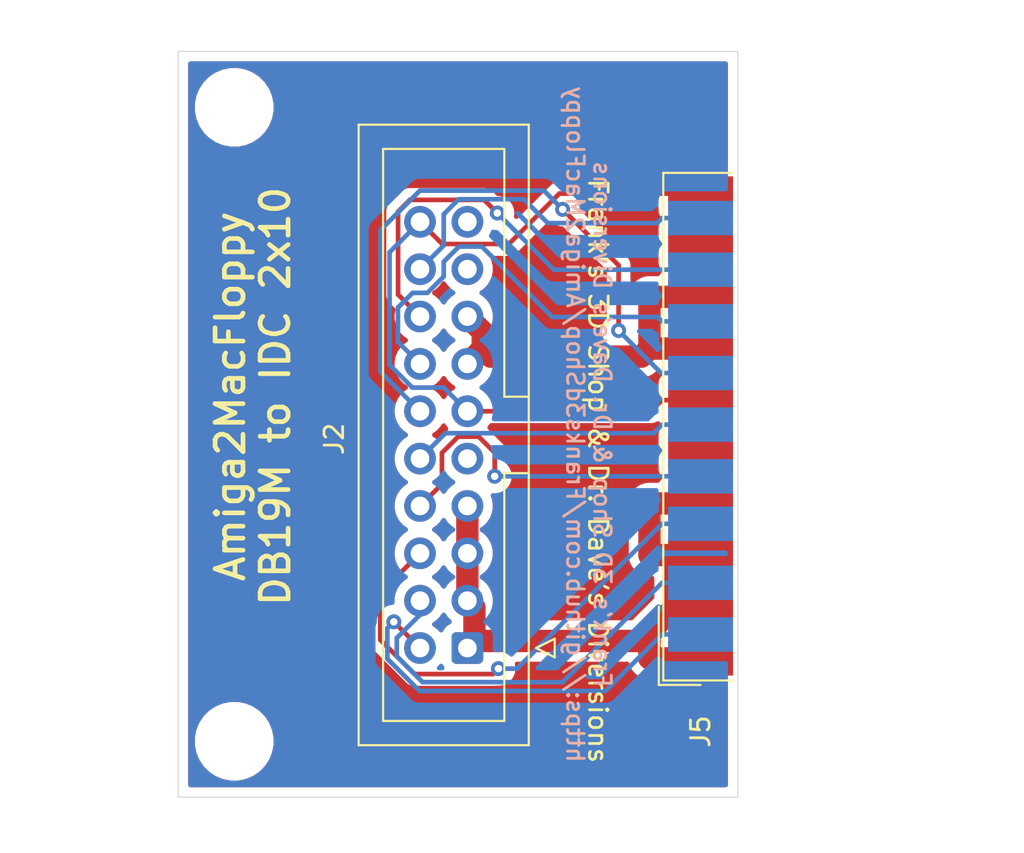
<source format=kicad_pcb>
(kicad_pcb (version 20171130) (host pcbnew "(5.1.9)-1")

  (general
    (thickness 1.6)
    (drawings 7)
    (tracks 113)
    (zones 0)
    (modules 4)
    (nets 13)
  )

  (page USLetter)
  (title_block
    (title "Amiga to Mac Floppy DB19M to IDC 2x10 Adapter")
    (date 2021-05-02)
    (rev 1.0)
    (company "Frank's 3D Shop")
    (comment 1 "Idea from Dr. Dave Diversions")
  )

  (layers
    (0 F.Cu signal)
    (31 B.Cu signal)
    (32 B.Adhes user)
    (33 F.Adhes user)
    (34 B.Paste user)
    (35 F.Paste user)
    (36 B.SilkS user)
    (37 F.SilkS user)
    (38 B.Mask user)
    (39 F.Mask user)
    (40 Dwgs.User user)
    (41 Cmts.User user)
    (42 Eco1.User user)
    (43 Eco2.User user)
    (44 Edge.Cuts user)
    (45 Margin user)
    (46 B.CrtYd user)
    (47 F.CrtYd user)
    (48 B.Fab user)
    (49 F.Fab user)
  )

  (setup
    (last_trace_width 0.25)
    (trace_clearance 0.2)
    (zone_clearance 0.508)
    (zone_45_only no)
    (trace_min 0.2)
    (via_size 0.8)
    (via_drill 0.4)
    (via_min_size 0.4)
    (via_min_drill 0.3)
    (uvia_size 0.3)
    (uvia_drill 0.1)
    (uvias_allowed no)
    (uvia_min_size 0.2)
    (uvia_min_drill 0.1)
    (edge_width 0.05)
    (segment_width 0.2)
    (pcb_text_width 0.3)
    (pcb_text_size 1.5 1.5)
    (mod_edge_width 0.12)
    (mod_text_size 1 1)
    (mod_text_width 0.15)
    (pad_size 1.6 1.6)
    (pad_drill 0.8)
    (pad_to_mask_clearance 0)
    (aux_axis_origin 15.92072 15.24508)
    (grid_origin 116.46776 77.69296)
    (visible_elements 7FFFFFFF)
    (pcbplotparams
      (layerselection 0x010fc_ffffffff)
      (usegerberextensions false)
      (usegerberattributes true)
      (usegerberadvancedattributes true)
      (creategerberjobfile true)
      (excludeedgelayer true)
      (linewidth 0.100000)
      (plotframeref false)
      (viasonmask false)
      (mode 1)
      (useauxorigin false)
      (hpglpennumber 1)
      (hpglpenspeed 20)
      (hpglpendiameter 15.000000)
      (psnegative false)
      (psa4output false)
      (plotreference true)
      (plotvalue true)
      (plotinvisibletext false)
      (padsonsilk false)
      (subtractmaskfromsilk false)
      (outputformat 1)
      (mirror false)
      (drillshape 0)
      (scaleselection 1)
      (outputdirectory "Gerber/"))
  )

  (net 0 "")
  (net 1 GND)
  (net 2 +12V)
  (net 3 DIR)
  (net 4 _DKWE)
  (net 5 WR)
  (net 6 RD)
  (net 7 PWM)
  (net 8 PH0)
  (net 9 SEL)
  (net 10 PH3)
  (net 11 PH2)
  (net 12 _ENABLE)

  (net_class Default "This is the default net class."
    (clearance 0.2)
    (trace_width 0.25)
    (via_dia 0.8)
    (via_drill 0.4)
    (uvia_dia 0.3)
    (uvia_drill 0.1)
    (add_net DIR)
    (add_net PH0)
    (add_net PH2)
    (add_net PH3)
    (add_net PWM)
    (add_net RD)
    (add_net SEL)
    (add_net WR)
    (add_net _DKWE)
    (add_net _ENABLE)
  )

  (net_class Power ""
    (clearance 0.4)
    (trace_width 1.2)
    (via_dia 0.8)
    (via_drill 0.4)
    (uvia_dia 0.3)
    (uvia_drill 0.1)
    (add_net +12V)
    (add_net GND)
  )

  (module Connector_IDC:IDC-Header_2x10_P2.54mm_Vertical (layer F.Cu) (tedit 5EAC9A07) (tstamp 60BFCCAB)
    (at 145.968 120.193 180)
    (descr "Through hole IDC box header, 2x10, 2.54mm pitch, DIN 41651 / IEC 60603-13, double rows, https://docs.google.com/spreadsheets/d/16SsEcesNF15N3Lb4niX7dcUr-NY5_MFPQhobNuNppn4/edit#gid=0")
    (tags "Through hole vertical IDC box header THT 2x10 2.54mm double row")
    (path /608B805B)
    (fp_text reference J2 (at 7.1425 11.2166 270) (layer F.SilkS)
      (effects (font (size 1 1) (thickness 0.15)))
    )
    (fp_text value Conn_02x10_Odd_Even_MountingPin (at 1.27 28.96) (layer F.Fab)
      (effects (font (size 1 1) (thickness 0.15)))
    )
    (fp_line (start -3.18 -4.1) (end -2.18 -5.1) (layer F.Fab) (width 0.1))
    (fp_line (start -2.18 -5.1) (end 5.72 -5.1) (layer F.Fab) (width 0.1))
    (fp_line (start 5.72 -5.1) (end 5.72 27.96) (layer F.Fab) (width 0.1))
    (fp_line (start 5.72 27.96) (end -3.18 27.96) (layer F.Fab) (width 0.1))
    (fp_line (start -3.18 27.96) (end -3.18 -4.1) (layer F.Fab) (width 0.1))
    (fp_line (start -3.18 9.38) (end -1.98 9.38) (layer F.Fab) (width 0.1))
    (fp_line (start -1.98 9.38) (end -1.98 -3.91) (layer F.Fab) (width 0.1))
    (fp_line (start -1.98 -3.91) (end 4.52 -3.91) (layer F.Fab) (width 0.1))
    (fp_line (start 4.52 -3.91) (end 4.52 26.77) (layer F.Fab) (width 0.1))
    (fp_line (start 4.52 26.77) (end -1.98 26.77) (layer F.Fab) (width 0.1))
    (fp_line (start -1.98 26.77) (end -1.98 13.48) (layer F.Fab) (width 0.1))
    (fp_line (start -1.98 13.48) (end -1.98 13.48) (layer F.Fab) (width 0.1))
    (fp_line (start -1.98 13.48) (end -3.18 13.48) (layer F.Fab) (width 0.1))
    (fp_line (start -3.29 -5.21) (end 5.83 -5.21) (layer F.SilkS) (width 0.12))
    (fp_line (start 5.83 -5.21) (end 5.83 28.07) (layer F.SilkS) (width 0.12))
    (fp_line (start 5.83 28.07) (end -3.29 28.07) (layer F.SilkS) (width 0.12))
    (fp_line (start -3.29 28.07) (end -3.29 -5.21) (layer F.SilkS) (width 0.12))
    (fp_line (start -3.29 9.38) (end -1.98 9.38) (layer F.SilkS) (width 0.12))
    (fp_line (start -1.98 9.38) (end -1.98 -3.91) (layer F.SilkS) (width 0.12))
    (fp_line (start -1.98 -3.91) (end 4.52 -3.91) (layer F.SilkS) (width 0.12))
    (fp_line (start 4.52 -3.91) (end 4.52 26.77) (layer F.SilkS) (width 0.12))
    (fp_line (start 4.52 26.77) (end -1.98 26.77) (layer F.SilkS) (width 0.12))
    (fp_line (start -1.98 26.77) (end -1.98 13.48) (layer F.SilkS) (width 0.12))
    (fp_line (start -1.98 13.48) (end -1.98 13.48) (layer F.SilkS) (width 0.12))
    (fp_line (start -1.98 13.48) (end -3.29 13.48) (layer F.SilkS) (width 0.12))
    (fp_line (start -3.68 0) (end -4.68 -0.5) (layer F.SilkS) (width 0.12))
    (fp_line (start -4.68 -0.5) (end -4.68 0.5) (layer F.SilkS) (width 0.12))
    (fp_line (start -4.68 0.5) (end -3.68 0) (layer F.SilkS) (width 0.12))
    (fp_line (start -3.68 -5.6) (end -3.68 28.46) (layer F.CrtYd) (width 0.05))
    (fp_line (start -3.68 28.46) (end 6.22 28.46) (layer F.CrtYd) (width 0.05))
    (fp_line (start 6.22 28.46) (end 6.22 -5.6) (layer F.CrtYd) (width 0.05))
    (fp_line (start 6.22 -5.6) (end -3.68 -5.6) (layer F.CrtYd) (width 0.05))
    (fp_text user %R (at 1.27 11.43 90) (layer F.Fab)
      (effects (font (size 1 1) (thickness 0.15)))
    )
    (pad 20 thru_hole circle (at 2.54 22.86 180) (size 1.7 1.7) (drill 1) (layers *.Cu *.Mask)
      (net 7 PWM))
    (pad 18 thru_hole circle (at 2.54 20.32 180) (size 1.7 1.7) (drill 1) (layers *.Cu *.Mask)
      (net 5 WR))
    (pad 16 thru_hole circle (at 2.54 17.78 180) (size 1.7 1.7) (drill 1) (layers *.Cu *.Mask)
      (net 6 RD))
    (pad 14 thru_hole circle (at 2.54 15.24 180) (size 1.7 1.7) (drill 1) (layers *.Cu *.Mask)
      (net 12 _ENABLE))
    (pad 12 thru_hole circle (at 2.54 12.7 180) (size 1.7 1.7) (drill 1) (layers *.Cu *.Mask)
      (net 9 SEL))
    (pad 10 thru_hole circle (at 2.54 10.16 180) (size 1.7 1.7) (drill 1) (layers *.Cu *.Mask)
      (net 4 _DKWE))
    (pad 8 thru_hole circle (at 2.54 7.62 180) (size 1.7 1.7) (drill 1) (layers *.Cu *.Mask)
      (net 10 PH3))
    (pad 6 thru_hole circle (at 2.54 5.08 180) (size 1.7 1.7) (drill 1) (layers *.Cu *.Mask)
      (net 11 PH2))
    (pad 4 thru_hole circle (at 2.54 2.54 180) (size 1.7 1.7) (drill 1) (layers *.Cu *.Mask)
      (net 3 DIR))
    (pad 2 thru_hole circle (at 2.54 0 180) (size 1.7 1.7) (drill 1) (layers *.Cu *.Mask)
      (net 8 PH0))
    (pad 19 thru_hole circle (at 0 22.86 180) (size 1.7 1.7) (drill 1) (layers *.Cu *.Mask))
    (pad 17 thru_hole circle (at 0 20.32 180) (size 1.7 1.7) (drill 1) (layers *.Cu *.Mask))
    (pad 15 thru_hole circle (at 0 17.78 180) (size 1.7 1.7) (drill 1) (layers *.Cu *.Mask)
      (net 2 +12V))
    (pad 13 thru_hole circle (at 0 15.24 180) (size 1.7 1.7) (drill 1) (layers *.Cu *.Mask)
      (net 2 +12V))
    (pad 11 thru_hole circle (at 0 12.7 180) (size 1.7 1.7) (drill 1) (layers *.Cu *.Mask)
      (net 7 PWM))
    (pad 9 thru_hole circle (at 0 10.16 180) (size 1.7 1.7) (drill 1) (layers *.Cu *.Mask))
    (pad 7 thru_hole circle (at 0 7.62 180) (size 1.7 1.7) (drill 1) (layers *.Cu *.Mask)
      (net 1 GND))
    (pad 5 thru_hole circle (at 0 5.08 180) (size 1.7 1.7) (drill 1) (layers *.Cu *.Mask)
      (net 1 GND))
    (pad 3 thru_hole circle (at 0 2.54 180) (size 1.7 1.7) (drill 1) (layers *.Cu *.Mask)
      (net 1 GND))
    (pad 1 thru_hole roundrect (at 0 0 180) (size 1.7 1.7) (drill 1) (layers *.Cu *.Mask) (roundrect_rratio 0.1470588235294118)
      (net 1 GND))
    (model ${KISYS3DMOD}/Connector_IDC.3dshapes/IDC-Header_2x10_P2.54mm_Vertical.wrl
      (at (xyz 0 0 0))
      (scale (xyz 1 1 1))
      (rotate (xyz 0 0 0))
    )
  )

  (module Amiga2MacFloppy:DSUB-19_Male_EdgeMount_P2.77mm (layer F.Cu) (tedit 60E36793) (tstamp 60E388A9)
    (at 158.468 108.193 90)
    (descr "19-pin D-Sub connector, solder-cups edge-mounted, male, x-pin-pitch 2.77mm")
    (tags "19-pin D-Sub connector edge mount solder cup male x-pin-pitch 2.77mm")
    (path /60A6B7CA)
    (attr smd)
    (fp_text reference J5 (at -16.479333 0 90) (layer F.SilkS)
      (effects (font (size 1 1) (thickness 0.15)))
    )
    (fp_text value DB19M (at 0 16.51 90) (layer F.Fab)
      (effects (font (size 1 1) (thickness 0.15)))
    )
    (fp_line (start -13.156 -0.91) (end -13.156 1.99) (layer F.Fab) (width 0.1))
    (fp_line (start -13.156 1.99) (end -11.956 1.99) (layer F.Fab) (width 0.1))
    (fp_line (start -11.956 1.99) (end -11.956 -0.91) (layer F.Fab) (width 0.1))
    (fp_line (start -11.956 -0.91) (end -13.156 -0.91) (layer F.Fab) (width 0.1))
    (fp_line (start -10.386 -0.91) (end -10.386 1.99) (layer F.Fab) (width 0.1))
    (fp_line (start -10.386 1.99) (end -9.186 1.99) (layer F.Fab) (width 0.1))
    (fp_line (start -9.186 1.99) (end -9.186 -0.91) (layer F.Fab) (width 0.1))
    (fp_line (start -9.186 -0.91) (end -10.386 -0.91) (layer F.Fab) (width 0.1))
    (fp_line (start -7.616 -0.91) (end -7.616 1.99) (layer F.Fab) (width 0.1))
    (fp_line (start -7.616 1.99) (end -6.416 1.99) (layer F.Fab) (width 0.1))
    (fp_line (start -6.416 1.99) (end -6.416 -0.91) (layer F.Fab) (width 0.1))
    (fp_line (start -6.416 -0.91) (end -7.616 -0.91) (layer F.Fab) (width 0.1))
    (fp_line (start -4.846 -0.91) (end -4.846 1.99) (layer F.Fab) (width 0.1))
    (fp_line (start -4.846 1.99) (end -3.646 1.99) (layer F.Fab) (width 0.1))
    (fp_line (start -3.646 1.99) (end -3.646 -0.91) (layer F.Fab) (width 0.1))
    (fp_line (start -3.646 -0.91) (end -4.846 -0.91) (layer F.Fab) (width 0.1))
    (fp_line (start -2.076 -0.91) (end -2.076 1.99) (layer F.Fab) (width 0.1))
    (fp_line (start -2.076 1.99) (end -0.876 1.99) (layer F.Fab) (width 0.1))
    (fp_line (start -0.876 1.99) (end -0.876 -0.91) (layer F.Fab) (width 0.1))
    (fp_line (start -0.876 -0.91) (end -2.076 -0.91) (layer F.Fab) (width 0.1))
    (fp_line (start 0.694 -0.91) (end 0.694 1.99) (layer F.Fab) (width 0.1))
    (fp_line (start 0.694 1.99) (end 1.894 1.99) (layer F.Fab) (width 0.1))
    (fp_line (start 1.894 1.99) (end 1.894 -0.91) (layer F.Fab) (width 0.1))
    (fp_line (start 1.894 -0.91) (end 0.694 -0.91) (layer F.Fab) (width 0.1))
    (fp_line (start 3.464 -0.91) (end 3.464 1.99) (layer F.Fab) (width 0.1))
    (fp_line (start 3.464 1.99) (end 4.664 1.99) (layer F.Fab) (width 0.1))
    (fp_line (start 4.664 1.99) (end 4.664 -0.91) (layer F.Fab) (width 0.1))
    (fp_line (start 4.664 -0.91) (end 3.464 -0.91) (layer F.Fab) (width 0.1))
    (fp_line (start 6.234 -0.91) (end 6.234 1.99) (layer F.Fab) (width 0.1))
    (fp_line (start 6.234 1.99) (end 7.434 1.99) (layer F.Fab) (width 0.1))
    (fp_line (start 7.434 1.99) (end 7.434 -0.91) (layer F.Fab) (width 0.1))
    (fp_line (start 7.434 -0.91) (end 6.234 -0.91) (layer F.Fab) (width 0.1))
    (fp_line (start 9.004 -0.91) (end 9.004 1.99) (layer F.Fab) (width 0.1))
    (fp_line (start 9.004 1.99) (end 10.204 1.99) (layer F.Fab) (width 0.1))
    (fp_line (start 10.204 1.99) (end 10.204 -0.91) (layer F.Fab) (width 0.1))
    (fp_line (start 10.204 -0.91) (end 9.004 -0.91) (layer F.Fab) (width 0.1))
    (fp_line (start 11.774 -0.91) (end 11.774 1.99) (layer F.Fab) (width 0.1))
    (fp_line (start 11.774 1.99) (end 12.974 1.99) (layer F.Fab) (width 0.1))
    (fp_line (start 12.974 1.99) (end 12.974 -0.91) (layer F.Fab) (width 0.1))
    (fp_line (start 12.974 -0.91) (end 11.774 -0.91) (layer F.Fab) (width 0.1))
    (fp_line (start -11.771 -0.91) (end -11.771 1.99) (layer B.Fab) (width 0.1))
    (fp_line (start -11.771 1.99) (end -10.571 1.99) (layer B.Fab) (width 0.1))
    (fp_line (start -10.571 1.99) (end -10.571 -0.91) (layer B.Fab) (width 0.1))
    (fp_line (start -10.571 -0.91) (end -11.771 -0.91) (layer B.Fab) (width 0.1))
    (fp_line (start -9.001 -0.91) (end -9.001 1.99) (layer B.Fab) (width 0.1))
    (fp_line (start -9.001 1.99) (end -7.801 1.99) (layer B.Fab) (width 0.1))
    (fp_line (start -7.801 1.99) (end -7.801 -0.91) (layer B.Fab) (width 0.1))
    (fp_line (start -7.801 -0.91) (end -9.001 -0.91) (layer B.Fab) (width 0.1))
    (fp_line (start -6.231 -0.91) (end -6.231 1.99) (layer B.Fab) (width 0.1))
    (fp_line (start -6.231 1.99) (end -5.031 1.99) (layer B.Fab) (width 0.1))
    (fp_line (start -5.031 1.99) (end -5.031 -0.91) (layer B.Fab) (width 0.1))
    (fp_line (start -5.031 -0.91) (end -6.231 -0.91) (layer B.Fab) (width 0.1))
    (fp_line (start -3.461 -0.91) (end -3.461 1.99) (layer B.Fab) (width 0.1))
    (fp_line (start -3.461 1.99) (end -2.261 1.99) (layer B.Fab) (width 0.1))
    (fp_line (start -2.261 1.99) (end -2.261 -0.91) (layer B.Fab) (width 0.1))
    (fp_line (start -2.261 -0.91) (end -3.461 -0.91) (layer B.Fab) (width 0.1))
    (fp_line (start -0.691 -0.91) (end -0.691 1.99) (layer B.Fab) (width 0.1))
    (fp_line (start -0.691 1.99) (end 0.509 1.99) (layer B.Fab) (width 0.1))
    (fp_line (start 0.509 1.99) (end 0.509 -0.91) (layer B.Fab) (width 0.1))
    (fp_line (start 0.509 -0.91) (end -0.691 -0.91) (layer B.Fab) (width 0.1))
    (fp_line (start 2.079 -0.91) (end 2.079 1.99) (layer B.Fab) (width 0.1))
    (fp_line (start 2.079 1.99) (end 3.279 1.99) (layer B.Fab) (width 0.1))
    (fp_line (start 3.279 1.99) (end 3.279 -0.91) (layer B.Fab) (width 0.1))
    (fp_line (start 3.279 -0.91) (end 2.079 -0.91) (layer B.Fab) (width 0.1))
    (fp_line (start 4.849 -0.91) (end 4.849 1.99) (layer B.Fab) (width 0.1))
    (fp_line (start 4.849 1.99) (end 6.049 1.99) (layer B.Fab) (width 0.1))
    (fp_line (start 6.049 1.99) (end 6.049 -0.91) (layer B.Fab) (width 0.1))
    (fp_line (start 6.049 -0.91) (end 4.849 -0.91) (layer B.Fab) (width 0.1))
    (fp_line (start 7.619 -0.91) (end 7.619 1.99) (layer B.Fab) (width 0.1))
    (fp_line (start 7.619 1.99) (end 8.819 1.99) (layer B.Fab) (width 0.1))
    (fp_line (start 8.819 1.99) (end 8.819 -0.91) (layer B.Fab) (width 0.1))
    (fp_line (start 8.819 -0.91) (end 7.619 -0.91) (layer B.Fab) (width 0.1))
    (fp_line (start 10.389 -0.91) (end 10.389 1.99) (layer B.Fab) (width 0.1))
    (fp_line (start 10.389 1.99) (end 11.589 1.99) (layer B.Fab) (width 0.1))
    (fp_line (start 11.589 1.99) (end 11.589 -0.91) (layer B.Fab) (width 0.1))
    (fp_line (start 11.589 -0.91) (end 10.389 -0.91) (layer B.Fab) (width 0.1))
    (fp_line (start 13.159 -0.91) (end 13.159 1.99) (layer B.Fab) (width 0.1))
    (fp_line (start 13.159 1.99) (end 14.359 1.99) (layer B.Fab) (width 0.1))
    (fp_line (start 14.359 -0.91) (end 13.159 -0.91) (layer B.Fab) (width 0.1))
    (fp_line (start 12.857 1.99) (end 14.057 1.99) (layer B.Fab) (width 0.1))
    (fp_line (start 14.057 -0.91) (end 12.857 -0.91) (layer B.Fab) (width 0.1))
    (fp_line (start -14.486 1.99) (end -14.486 4.79) (layer F.Fab) (width 0.1))
    (fp_line (start 14.232 4.79) (end 14.232 1.99) (layer F.Fab) (width 0.1))
    (fp_line (start 14.232 1.99) (end -14.486 1.99) (layer F.Fab) (width 0.1))
    (fp_line (start -15.486 4.79) (end -15.486 9.29) (layer F.Fab) (width 0.1))
    (fp_line (start 15.232 9.29) (end 15.232 4.79) (layer F.Fab) (width 0.1))
    (fp_line (start 15.232 4.79) (end -15.486 4.79) (layer F.Fab) (width 0.1))
    (fp_line (start -22.486 9.29) (end -22.486 9.69) (layer F.Fab) (width 0.1))
    (fp_line (start -22.486 9.69) (end 22.232 9.69) (layer F.Fab) (width 0.1))
    (fp_line (start 22.232 9.69) (end 22.232 9.29) (layer F.Fab) (width 0.1))
    (fp_line (start 22.232 9.29) (end -22.486 9.29) (layer F.Fab) (width 0.1))
    (fp_line (start -15.086 9.69) (end -15.086 15.69) (layer F.Fab) (width 0.1))
    (fp_line (start -15.086 15.69) (end 14.832 15.69) (layer F.Fab) (width 0.1))
    (fp_line (start 14.832 15.69) (end 14.832 9.69) (layer F.Fab) (width 0.1))
    (fp_line (start -13.986 -2.25) (end 13.732 -2.25) (layer F.CrtYd) (width 0.05))
    (fp_line (start 13.732 -2.25) (end 13.732 1.5) (layer F.CrtYd) (width 0.05))
    (fp_line (start 13.732 1.5) (end 14.732 1.5) (layer F.CrtYd) (width 0.05))
    (fp_line (start 14.732 1.5) (end 14.732 4.3) (layer F.CrtYd) (width 0.05))
    (fp_line (start 14.732 4.3) (end 15.732 4.3) (layer F.CrtYd) (width 0.05))
    (fp_line (start 15.732 4.3) (end 15.732 8.8) (layer F.CrtYd) (width 0.05))
    (fp_line (start 15.732 8.8) (end 22.732 8.8) (layer F.CrtYd) (width 0.05))
    (fp_line (start 22.732 8.8) (end 22.732 10.2) (layer F.CrtYd) (width 0.05))
    (fp_line (start 22.732 10.2) (end 15.332 10.2) (layer F.CrtYd) (width 0.05))
    (fp_line (start 15.332 10.2) (end 15.332 16.2) (layer F.CrtYd) (width 0.05))
    (fp_line (start 15.332 16.2) (end -15.586 16.2) (layer F.CrtYd) (width 0.05))
    (fp_line (start -15.586 16.2) (end -15.586 10.2) (layer F.CrtYd) (width 0.05))
    (fp_line (start -15.586 10.2) (end -22.986 10.2) (layer F.CrtYd) (width 0.05))
    (fp_line (start -22.986 10.2) (end -22.986 8.8) (layer F.CrtYd) (width 0.05))
    (fp_line (start -22.986 8.8) (end -15.986 8.8) (layer F.CrtYd) (width 0.05))
    (fp_line (start -15.986 8.8) (end -15.986 4.3) (layer F.CrtYd) (width 0.05))
    (fp_line (start -15.986 4.3) (end -14.986 4.3) (layer F.CrtYd) (width 0.05))
    (fp_line (start -14.986 4.3) (end -14.986 1.5) (layer F.CrtYd) (width 0.05))
    (fp_line (start -14.986 1.5) (end -13.986 1.5) (layer F.CrtYd) (width 0.05))
    (fp_line (start -13.986 1.5) (end -13.986 -2.25) (layer F.CrtYd) (width 0.05))
    (fp_line (start 13.485333 1.74) (end 13.485333 -2) (layer F.SilkS) (width 0.12))
    (fp_line (start 13.485333 -2) (end -13.739333 -2) (layer F.SilkS) (width 0.12))
    (fp_line (start -13.739333 -2) (end -13.739333 1.74) (layer F.SilkS) (width 0.12))
    (fp_line (start -13.979333 0) (end -13.979333 -2.24) (layer F.SilkS) (width 0.12))
    (fp_line (start -13.979333 -2.24) (end -9.786 -2.24) (layer F.SilkS) (width 0.12))
    (fp_line (start -22.486 1.99) (end 22.098 2.032) (layer Dwgs.User) (width 0.05))
    (fp_text user %R (at 4.064 3.39 90) (layer F.Fab)
      (effects (font (size 1 1) (thickness 0.15)))
    )
    (fp_text user "PCB edge" (at -17.486 1.323333 90) (layer Dwgs.User)
      (effects (font (size 0.5 0.5) (thickness 0.075)))
    )
    (pad 1 smd rect (at -12.556 0 90) (size 1.846667 3.48) (layers F.Cu F.Paste F.Mask)
      (net 1 GND))
    (pad 2 smd rect (at -9.786 0 90) (size 1.846667 3.48) (layers F.Cu F.Paste F.Mask)
      (net 1 GND))
    (pad 3 smd rect (at -7.016 0 90) (size 1.846667 3.48) (layers F.Cu F.Paste F.Mask)
      (net 1 GND))
    (pad 4 smd rect (at -4.246 0 90) (size 1.846667 3.48) (layers F.Cu F.Paste F.Mask)
      (net 1 GND))
    (pad 5 smd rect (at -1.476 0 90) (size 1.846667 3.48) (layers F.Cu F.Paste F.Mask))
    (pad 6 smd rect (at 1.294 0 90) (size 1.846667 3.48) (layers F.Cu F.Paste F.Mask)
      (net 7 PWM))
    (pad 7 smd rect (at 4.064 0 90) (size 1.846667 3.48) (layers F.Cu F.Paste F.Mask)
      (net 2 +12V))
    (pad 8 smd rect (at 6.834 0 90) (size 1.846667 3.48) (layers F.Cu F.Paste F.Mask)
      (net 2 +12V))
    (pad 9 smd rect (at 9.604 0 90) (size 1.846667 3.48) (layers F.Cu F.Paste F.Mask))
    (pad 10 smd rect (at 12.374 0 90) (size 1.846667 3.48) (layers F.Cu F.Paste F.Mask)
      (net 7 PWM))
    (pad 11 smd rect (at -11.272 0 90) (size 1.846667 3.48) (layers B.Cu B.Paste B.Mask)
      (net 8 PH0))
    (pad 12 smd rect (at -8.502 0 90) (size 1.846667 3.48) (layers B.Cu B.Paste B.Mask)
      (net 3 DIR))
    (pad 13 smd rect (at -5.334 0 90) (size 1.846667 3.48) (layers B.Cu B.Paste B.Mask)
      (net 11 PH2))
    (pad 14 smd rect (at -2.789 0 90) (size 1.846667 3.48) (layers B.Cu B.Paste B.Mask)
      (net 10 PH3))
    (pad 15 smd rect (at -0.019 0 90) (size 1.846667 3.48) (layers B.Cu B.Paste B.Mask)
      (net 4 _DKWE))
    (pad 16 smd rect (at 2.751 0 90) (size 1.846667 3.48) (layers B.Cu B.Paste B.Mask)
      (net 9 SEL))
    (pad 17 smd rect (at 5.521 0 90) (size 1.846667 3.48) (layers B.Cu B.Paste B.Mask)
      (net 12 _ENABLE))
    (pad 18 smd rect (at 8.291 0 90) (size 1.846667 3.48) (layers B.Cu B.Paste B.Mask)
      (net 6 RD))
    (pad 19 smd rect (at 11.061 0 90) (size 1.846667 3.48) (layers B.Cu B.Paste B.Mask)
      (net 5 WR))
    (model ${KISYS3DMOD}/Connector_Dsub.3dshapes/DSUB-25_Male_EdgeMount_P2.77mm.wrl
      (at (xyz 0 0 0))
      (scale (xyz 1 1 1))
      (rotate (xyz 0 0 0))
    )
  )

  (module MountingHole:MountingHole_3.2mm_M3_DIN965 locked (layer F.Cu) (tedit 56D1B4CB) (tstamp 60E38448)
    (at 133.468 91.193)
    (descr "Mounting Hole 3.2mm, no annular, M3, DIN965")
    (tags "mounting hole 3.2mm no annular m3 din965")
    (attr virtual)
    (fp_text reference Hole2 (at 0 -3.8) (layer F.SilkS) hide
      (effects (font (size 1 1) (thickness 0.15)))
    )
    (fp_text value MountingHole_3.2mm_M3_DIN965 (at 0 3.8) (layer F.Fab)
      (effects (font (size 1 1) (thickness 0.15)))
    )
    (fp_circle (center 0 0) (end 3.05 0) (layer F.CrtYd) (width 0.05))
    (fp_circle (center 0 0) (end 2.8 0) (layer Cmts.User) (width 0.15))
    (fp_text user %R (at 0.3 0) (layer F.Fab)
      (effects (font (size 1 1) (thickness 0.15)))
    )
    (pad 1 np_thru_hole circle (at 0 0) (size 3.2 3.2) (drill 3.2) (layers *.Cu *.Mask))
  )

  (module MountingHole:MountingHole_3.2mm_M3_DIN965 locked (layer F.Cu) (tedit 56D1B4CB) (tstamp 60E37F13)
    (at 133.468 125.19296)
    (descr "Mounting Hole 3.2mm, no annular, M3, DIN965")
    (tags "mounting hole 3.2mm no annular m3 din965")
    (attr virtual)
    (fp_text reference Hole1 (at 0 -3.8) (layer F.SilkS) hide
      (effects (font (size 1 1) (thickness 0.15)))
    )
    (fp_text value MountingHole_3.2mm_M3_DIN965 (at 0 3.8) (layer F.Fab)
      (effects (font (size 1 1) (thickness 0.15)))
    )
    (fp_circle (center 0 0) (end 2.8 0) (layer Cmts.User) (width 0.15))
    (fp_circle (center 0 0) (end 3.05 0) (layer F.CrtYd) (width 0.05))
    (fp_text user %R (at 0.3 0) (layer F.Fab)
      (effects (font (size 1 1) (thickness 0.15)))
    )
    (pad 1 np_thru_hole circle (at 0 0) (size 3.2 3.2) (drill 3.2) (layers *.Cu *.Mask))
  )

  (gr_text "Amiga2MacFloppy\nDB19M to IDC 2x10" (at 134.46776 106.69296 90) (layer F.SilkS) (tstamp 60A29D8D)
    (effects (font (size 1.5 1.5) (thickness 0.25)))
  )
  (gr_text "Frank's 3D Shop & Dr. Dave's Diversions" (at 152.96776 110.69296 270) (layer F.SilkS) (tstamp 60E382EB)
    (effects (font (size 1 1) (thickness 0.15)))
  )
  (gr_text "Frank's 3D Shop & Dr. Dave's Diversions\nhttps://github.com/Franks3dShop/Amiga2MacFloppy" (at 152.46776 108.19296 270) (layer B.SilkS) (tstamp 60BEFF68)
    (effects (font (size 0.9 0.9) (thickness 0.15)) (justify mirror))
  )
  (gr_line (start 130.46776 128.19296) (end 130.46776 88.19296) (layer Edge.Cuts) (width 0.05) (tstamp 608F5A88))
  (gr_line (start 160.46776 128.19296) (end 130.46776 128.19296) (layer Edge.Cuts) (width 0.05) (tstamp 608F5A7F))
  (gr_line (start 160.46776 88.19296) (end 160.46776 128.19296) (layer Edge.Cuts) (width 0.05) (tstamp 608F5A82))
  (gr_line (start 130.46776 88.19296) (end 160.46776 88.19296) (layer Edge.Cuts) (width 0.05) (tstamp 608F5A85))

  (segment (start 145.968 115.113) (end 145.968 117.653) (width 1.2) (layer F.Cu) (net 1))
  (segment (start 145.968 112.573) (end 145.968 115.113) (width 1.2) (layer F.Cu) (net 1))
  (segment (start 146.3459 119.8151) (end 146.3459 118.0309) (width 1.2) (layer F.Cu) (net 1))
  (segment (start 146.3459 118.0309) (end 145.968 117.653) (width 1.2) (layer F.Cu) (net 1))
  (segment (start 157.0979 115.209) (end 155.7277 115.209) (width 1.2) (layer F.Cu) (net 1))
  (segment (start 158.468 115.209) (end 157.0979 115.209) (width 1.2) (layer F.Cu) (net 1))
  (segment (start 157.0979 115.209) (end 157.0979 117.979) (width 1.2) (layer F.Cu) (net 1))
  (segment (start 158.468 112.439) (end 155.7277 112.439) (width 1.2) (layer F.Cu) (net 1))
  (segment (start 155.7277 112.439) (end 155.7277 115.209) (width 1.2) (layer F.Cu) (net 1))
  (segment (start 146.3459 119.8151) (end 145.968 120.193) (width 1.2) (layer F.Cu) (net 1))
  (segment (start 155.7277 119.8151) (end 146.3459 119.8151) (width 1.2) (layer F.Cu) (net 1))
  (segment (start 155.7277 119.8151) (end 155.7277 120.749) (width 1.2) (layer F.Cu) (net 1))
  (segment (start 157.0979 117.979) (end 155.7277 119.3492) (width 1.2) (layer F.Cu) (net 1))
  (segment (start 155.7277 119.3492) (end 155.7277 119.8151) (width 1.2) (layer F.Cu) (net 1))
  (segment (start 158.468 120.749) (end 155.7277 120.749) (width 1.2) (layer F.Cu) (net 1))
  (segment (start 158.468 117.979) (end 157.0979 117.979) (width 1.2) (layer F.Cu) (net 1))
  (segment (start 146.792 104.129) (end 147.2263 104.5633) (width 1.2) (layer F.Cu) (net 2))
  (segment (start 147.2263 104.5633) (end 155.2934 104.5633) (width 1.2) (layer F.Cu) (net 2))
  (segment (start 155.2934 104.5633) (end 155.7277 104.129) (width 1.2) (layer F.Cu) (net 2))
  (segment (start 146.792 104.129) (end 145.968 104.953) (width 1.2) (layer F.Cu) (net 2))
  (segment (start 146.792 104.129) (end 146.792 103.237) (width 1.2) (layer F.Cu) (net 2))
  (segment (start 146.792 103.237) (end 145.968 102.413) (width 1.2) (layer F.Cu) (net 2))
  (segment (start 155.7277 101.359) (end 155.7277 104.129) (width 1.2) (layer F.Cu) (net 2))
  (segment (start 158.468 104.129) (end 155.7277 104.129) (width 1.2) (layer F.Cu) (net 2))
  (segment (start 158.468 101.359) (end 155.7277 101.359) (width 1.2) (layer F.Cu) (net 2))
  (segment (start 156.4027 116.695) (end 151.0747 122.023) (width 0.25) (layer B.Cu) (net 3))
  (segment (start 151.0747 122.023) (end 143.5668 122.023) (width 0.25) (layer B.Cu) (net 3))
  (segment (start 143.5668 122.023) (end 142.1817 120.6379) (width 0.25) (layer B.Cu) (net 3))
  (segment (start 142.1817 120.6379) (end 142.1817 119.6549) (width 0.25) (layer B.Cu) (net 3))
  (segment (start 142.1817 119.6549) (end 143.428 118.4086) (width 0.25) (layer B.Cu) (net 3))
  (segment (start 143.428 118.4086) (end 143.428 117.653) (width 0.25) (layer B.Cu) (net 3))
  (segment (start 158.468 116.695) (end 156.4027 116.695) (width 0.25) (layer B.Cu) (net 3))
  (segment (start 158.468 108.212) (end 156.4027 108.212) (width 0.25) (layer B.Cu) (net 4))
  (segment (start 156.4027 108.212) (end 155.943 108.6717) (width 0.25) (layer B.Cu) (net 4))
  (segment (start 155.943 108.6717) (end 144.7893 108.6717) (width 0.25) (layer B.Cu) (net 4))
  (segment (start 144.7893 108.6717) (end 143.428 110.033) (width 0.25) (layer B.Cu) (net 4))
  (segment (start 143.428 99.873) (end 144.698 98.603) (width 0.25) (layer B.Cu) (net 5))
  (segment (start 144.698 98.603) (end 144.698 96.9284) (width 0.25) (layer B.Cu) (net 5))
  (segment (start 144.698 96.9284) (end 145.5062 96.1202) (width 0.25) (layer B.Cu) (net 5))
  (segment (start 145.5062 96.1202) (end 148.995 96.1202) (width 0.25) (layer B.Cu) (net 5))
  (segment (start 148.995 96.1202) (end 150.2769 97.4021) (width 0.25) (layer B.Cu) (net 5))
  (segment (start 150.2769 97.4021) (end 156.1326 97.4021) (width 0.25) (layer B.Cu) (net 5))
  (segment (start 156.1326 97.4021) (end 156.4027 97.132) (width 0.25) (layer B.Cu) (net 5))
  (segment (start 158.468 97.132) (end 156.4027 97.132) (width 0.25) (layer B.Cu) (net 5))
  (segment (start 147.5716 96.863) (end 146.8659 96.1573) (width 0.25) (layer F.Cu) (net 6))
  (segment (start 146.8659 96.1573) (end 142.8828 96.1573) (width 0.25) (layer F.Cu) (net 6))
  (segment (start 142.8828 96.1573) (end 142.2526 96.7875) (width 0.25) (layer F.Cu) (net 6))
  (segment (start 142.2526 96.7875) (end 142.2526 101.2376) (width 0.25) (layer F.Cu) (net 6))
  (segment (start 142.2526 101.2376) (end 143.428 102.413) (width 0.25) (layer F.Cu) (net 6))
  (segment (start 158.468 99.902) (end 150.6106 99.902) (width 0.25) (layer B.Cu) (net 6))
  (segment (start 150.6106 99.902) (end 147.5716 96.863) (width 0.25) (layer B.Cu) (net 6))
  (via (at 147.5716 96.863) (size 0.8) (layers F.Cu B.Cu) (net 6))
  (segment (start 145.968 107.493) (end 144.698 106.223) (width 0.25) (layer B.Cu) (net 7))
  (segment (start 144.698 106.223) (end 143.0167 106.223) (width 0.25) (layer B.Cu) (net 7))
  (segment (start 143.0167 106.223) (end 141.7951 105.0014) (width 0.25) (layer B.Cu) (net 7))
  (segment (start 141.7951 105.0014) (end 141.7951 98.9659) (width 0.25) (layer B.Cu) (net 7))
  (segment (start 141.7951 98.9659) (end 143.428 97.333) (width 0.25) (layer B.Cu) (net 7))
  (segment (start 156.4027 95.819) (end 150.8948 95.819) (width 0.25) (layer F.Cu) (net 7))
  (segment (start 150.8948 95.819) (end 148.1902 98.5236) (width 0.25) (layer F.Cu) (net 7))
  (segment (start 148.1902 98.5236) (end 144.6186 98.5236) (width 0.25) (layer F.Cu) (net 7))
  (segment (start 144.6186 98.5236) (end 143.428 97.333) (width 0.25) (layer F.Cu) (net 7))
  (segment (start 158.468 95.819) (end 156.4027 95.819) (width 0.25) (layer F.Cu) (net 7))
  (segment (start 158.468 106.899) (end 156.4027 106.899) (width 0.25) (layer F.Cu) (net 7))
  (segment (start 145.968 107.493) (end 155.8087 107.493) (width 0.25) (layer F.Cu) (net 7))
  (segment (start 155.8087 107.493) (end 156.4027 106.899) (width 0.25) (layer F.Cu) (net 7))
  (segment (start 158.468 119.465) (end 156.4027 119.465) (width 0.25) (layer B.Cu) (net 8))
  (segment (start 142.0229 118.7879) (end 143.428 120.193) (width 0.25) (layer F.Cu) (net 8))
  (segment (start 156.4027 119.465) (end 153.3728 122.4949) (width 0.25) (layer B.Cu) (net 8))
  (segment (start 153.3728 122.4949) (end 143.4018 122.4949) (width 0.25) (layer B.Cu) (net 8))
  (segment (start 143.4018 122.4949) (end 141.6769 120.77) (width 0.25) (layer B.Cu) (net 8))
  (segment (start 141.6769 120.77) (end 141.6769 119.1339) (width 0.25) (layer B.Cu) (net 8))
  (segment (start 141.6769 119.1339) (end 142.0229 118.7879) (width 0.25) (layer B.Cu) (net 8))
  (via (at 142.0229 118.7879) (size 0.8) (layers F.Cu B.Cu) (net 8))
  (segment (start 151.0737 96.6658) (end 150.067 95.6591) (width 0.25) (layer B.Cu) (net 9))
  (segment (start 150.067 95.6591) (end 143.4242 95.6591) (width 0.25) (layer B.Cu) (net 9))
  (segment (start 143.4242 95.6591) (end 141.3071 97.7762) (width 0.25) (layer B.Cu) (net 9))
  (segment (start 141.3071 97.7762) (end 141.3071 105.3721) (width 0.25) (layer B.Cu) (net 9))
  (segment (start 141.3071 105.3721) (end 143.428 107.493) (width 0.25) (layer B.Cu) (net 9))
  (segment (start 154.0729 103.163) (end 154.0729 99.665) (width 0.25) (layer F.Cu) (net 9))
  (segment (start 154.0729 99.665) (end 151.0737 96.6658) (width 0.25) (layer F.Cu) (net 9))
  (segment (start 158.468 105.442) (end 156.3519 105.442) (width 0.25) (layer B.Cu) (net 9))
  (segment (start 156.3519 105.442) (end 154.0729 103.163) (width 0.25) (layer B.Cu) (net 9))
  (via (at 151.0737 96.6658) (size 0.8) (layers F.Cu B.Cu) (net 9))
  (via (at 154.0729 103.163) (size 0.8) (layers F.Cu B.Cu) (net 9))
  (segment (start 143.428 112.573) (end 144.6034 111.3976) (width 0.25) (layer F.Cu) (net 10))
  (segment (start 144.6034 111.3976) (end 144.6034 109.7256) (width 0.25) (layer F.Cu) (net 10))
  (segment (start 144.6034 109.7256) (end 145.4714 108.8576) (width 0.25) (layer F.Cu) (net 10))
  (segment (start 145.4714 108.8576) (end 146.5736 108.8576) (width 0.25) (layer F.Cu) (net 10))
  (segment (start 146.5736 108.8576) (end 147.4308 109.7148) (width 0.25) (layer F.Cu) (net 10))
  (segment (start 147.4308 109.7148) (end 147.4308 110.982) (width 0.25) (layer F.Cu) (net 10))
  (segment (start 158.468 110.982) (end 147.4308 110.982) (width 0.25) (layer B.Cu) (net 10))
  (via (at 147.4308 110.982) (size 0.8) (layers F.Cu B.Cu) (net 10))
  (segment (start 143.428 115.113) (end 141.2972 117.2438) (width 0.25) (layer F.Cu) (net 11))
  (segment (start 141.2972 117.2438) (end 141.2972 119.7534) (width 0.25) (layer F.Cu) (net 11))
  (segment (start 141.2972 119.7534) (end 143.1329 121.5891) (width 0.25) (layer F.Cu) (net 11))
  (segment (start 143.1329 121.5891) (end 147.3399 121.5891) (width 0.25) (layer F.Cu) (net 11))
  (segment (start 147.3399 121.5891) (end 147.6313 121.2977) (width 0.25) (layer F.Cu) (net 11))
  (segment (start 156.4027 113.527) (end 148.632 121.2977) (width 0.25) (layer B.Cu) (net 11))
  (segment (start 148.632 121.2977) (end 147.6313 121.2977) (width 0.25) (layer B.Cu) (net 11))
  (segment (start 158.468 113.527) (end 156.4027 113.527) (width 0.25) (layer B.Cu) (net 11))
  (via (at 147.6313 121.2977) (size 0.8) (layers F.Cu B.Cu) (net 11))
  (segment (start 156.4027 102.672) (end 156.1684 102.4377) (width 0.25) (layer B.Cu) (net 12))
  (segment (start 156.1684 102.4377) (end 150.5183 102.4377) (width 0.25) (layer B.Cu) (net 12))
  (segment (start 150.5183 102.4377) (end 146.7399 98.6593) (width 0.25) (layer B.Cu) (net 12))
  (segment (start 146.7399 98.6593) (end 145.5153 98.6593) (width 0.25) (layer B.Cu) (net 12))
  (segment (start 145.5153 98.6593) (end 144.698 99.4766) (width 0.25) (layer B.Cu) (net 12))
  (segment (start 144.698 99.4766) (end 144.698 100.2694) (width 0.25) (layer B.Cu) (net 12))
  (segment (start 144.698 100.2694) (end 143.8244 101.143) (width 0.25) (layer B.Cu) (net 12))
  (segment (start 143.8244 101.143) (end 143.0348 101.143) (width 0.25) (layer B.Cu) (net 12))
  (segment (start 143.0348 101.143) (end 142.2454 101.9324) (width 0.25) (layer B.Cu) (net 12))
  (segment (start 142.2454 101.9324) (end 142.2454 103.7704) (width 0.25) (layer B.Cu) (net 12))
  (segment (start 142.2454 103.7704) (end 143.428 104.953) (width 0.25) (layer B.Cu) (net 12))
  (segment (start 158.468 102.672) (end 156.4027 102.672) (width 0.25) (layer B.Cu) (net 12))

  (zone (net 0) (net_name "") (layer B.Cu) (tstamp 0) (hatch edge 0.508)
    (connect_pads (clearance 0.508))
    (min_thickness 0.254)
    (fill yes (arc_segments 32) (thermal_gap 0.508) (thermal_bridge_width 0.508))
    (polygon
      (pts
        (xy 160.46776 128.19296) (xy 130.46776 128.19296) (xy 130.46776 88.19296) (xy 160.46776 88.19296)
      )
    )
    (filled_polygon
      (pts
        (xy 159.80776 95.570595) (xy 156.728 95.570595) (xy 156.603518 95.582855) (xy 156.48382 95.619165) (xy 156.373506 95.67813)
        (xy 156.276815 95.757482) (xy 156.197463 95.854173) (xy 156.138498 95.964487) (xy 156.102188 96.084185) (xy 156.089928 96.208667)
        (xy 156.089928 96.437425) (xy 155.978424 96.497026) (xy 155.862699 96.591999) (xy 155.838896 96.621003) (xy 155.817799 96.6421)
        (xy 152.1087 96.6421) (xy 152.1087 96.563861) (xy 152.068926 96.363902) (xy 151.990905 96.175544) (xy 151.877637 96.006026)
        (xy 151.733474 95.861863) (xy 151.563956 95.748595) (xy 151.375598 95.670574) (xy 151.175639 95.6308) (xy 151.113502 95.6308)
        (xy 150.630804 95.148102) (xy 150.607001 95.119099) (xy 150.491276 95.024126) (xy 150.359247 94.953554) (xy 150.215986 94.910097)
        (xy 150.104333 94.8991) (xy 150.104322 94.8991) (xy 150.067 94.895424) (xy 150.029678 94.8991) (xy 143.461533 94.8991)
        (xy 143.4242 94.895423) (xy 143.386867 94.8991) (xy 143.275214 94.910097) (xy 143.131953 94.953554) (xy 142.999924 95.024126)
        (xy 142.884199 95.119099) (xy 142.860401 95.148097) (xy 140.796103 97.212396) (xy 140.767099 97.236199) (xy 140.730344 97.280986)
        (xy 140.672126 97.351924) (xy 140.609867 97.468401) (xy 140.601554 97.483954) (xy 140.558097 97.627215) (xy 140.5471 97.738868)
        (xy 140.5471 97.738878) (xy 140.543424 97.7762) (xy 140.5471 97.813522) (xy 140.547101 105.334768) (xy 140.543424 105.3721)
        (xy 140.547101 105.409433) (xy 140.558098 105.521086) (xy 140.57128 105.564542) (xy 140.601554 105.664346) (xy 140.672126 105.796376)
        (xy 140.729492 105.866276) (xy 140.7671 105.912101) (xy 140.796098 105.935899) (xy 141.98679 107.126592) (xy 141.943 107.34674)
        (xy 141.943 107.63926) (xy 142.000068 107.926158) (xy 142.11201 108.196411) (xy 142.274525 108.439632) (xy 142.481368 108.646475)
        (xy 142.65576 108.763) (xy 142.481368 108.879525) (xy 142.274525 109.086368) (xy 142.11201 109.329589) (xy 142.000068 109.599842)
        (xy 141.943 109.88674) (xy 141.943 110.17926) (xy 142.000068 110.466158) (xy 142.11201 110.736411) (xy 142.274525 110.979632)
        (xy 142.481368 111.186475) (xy 142.65576 111.303) (xy 142.481368 111.419525) (xy 142.274525 111.626368) (xy 142.11201 111.869589)
        (xy 142.000068 112.139842) (xy 141.943 112.42674) (xy 141.943 112.71926) (xy 142.000068 113.006158) (xy 142.11201 113.276411)
        (xy 142.274525 113.519632) (xy 142.481368 113.726475) (xy 142.65576 113.843) (xy 142.481368 113.959525) (xy 142.274525 114.166368)
        (xy 142.11201 114.409589) (xy 142.000068 114.679842) (xy 141.943 114.96674) (xy 141.943 115.25926) (xy 142.000068 115.546158)
        (xy 142.11201 115.816411) (xy 142.274525 116.059632) (xy 142.481368 116.266475) (xy 142.65576 116.383) (xy 142.481368 116.499525)
        (xy 142.274525 116.706368) (xy 142.11201 116.949589) (xy 142.000068 117.219842) (xy 141.943 117.50674) (xy 141.943 117.7529)
        (xy 141.920961 117.7529) (xy 141.721002 117.792674) (xy 141.532644 117.870695) (xy 141.363126 117.983963) (xy 141.218963 118.128126)
        (xy 141.105695 118.297644) (xy 141.027674 118.486002) (xy 140.9879 118.685961) (xy 140.9879 118.810699) (xy 140.971354 118.841654)
        (xy 140.946073 118.924999) (xy 140.932729 118.96899) (xy 140.927898 118.984915) (xy 140.913224 119.1339) (xy 140.916901 119.171232)
        (xy 140.9169 120.732677) (xy 140.913224 120.77) (xy 140.9169 120.807322) (xy 140.9169 120.807332) (xy 140.927897 120.918985)
        (xy 140.954127 121.005454) (xy 140.971354 121.062246) (xy 141.041926 121.194276) (xy 141.081771 121.242826) (xy 141.136899 121.310001)
        (xy 141.165903 121.333804) (xy 142.838001 123.005903) (xy 142.861799 123.034901) (xy 142.890797 123.058699) (xy 142.977523 123.129874)
        (xy 143.109553 123.200446) (xy 143.252814 123.243903) (xy 143.364467 123.2549) (xy 143.364477 123.2549) (xy 143.4018 123.258576)
        (xy 143.439123 123.2549) (xy 153.335478 123.2549) (xy 153.3728 123.258576) (xy 153.410122 123.2549) (xy 153.410133 123.2549)
        (xy 153.521786 123.243903) (xy 153.665047 123.200446) (xy 153.797076 123.129874) (xy 153.912801 123.034901) (xy 153.936604 123.005897)
        (xy 156.19846 120.744042) (xy 156.276815 120.839518) (xy 156.373506 120.91887) (xy 156.48382 120.977835) (xy 156.603518 121.014145)
        (xy 156.728 121.026405) (xy 159.807761 121.026405) (xy 159.807761 127.53296) (xy 131.12776 127.53296) (xy 131.12776 124.972832)
        (xy 131.233 124.972832) (xy 131.233 125.413088) (xy 131.31889 125.844885) (xy 131.487369 126.251629) (xy 131.731962 126.617689)
        (xy 132.043271 126.928998) (xy 132.409331 127.173591) (xy 132.816075 127.34207) (xy 133.247872 127.42796) (xy 133.688128 127.42796)
        (xy 134.119925 127.34207) (xy 134.526669 127.173591) (xy 134.892729 126.928998) (xy 135.204038 126.617689) (xy 135.448631 126.251629)
        (xy 135.61711 125.844885) (xy 135.703 125.413088) (xy 135.703 124.972832) (xy 135.61711 124.541035) (xy 135.448631 124.134291)
        (xy 135.204038 123.768231) (xy 134.892729 123.456922) (xy 134.526669 123.212329) (xy 134.119925 123.04385) (xy 133.688128 122.95796)
        (xy 133.247872 122.95796) (xy 132.816075 123.04385) (xy 132.409331 123.212329) (xy 132.043271 123.456922) (xy 131.731962 123.768231)
        (xy 131.487369 124.134291) (xy 131.31889 124.541035) (xy 131.233 124.972832) (xy 131.12776 124.972832) (xy 131.12776 90.972872)
        (xy 131.233 90.972872) (xy 131.233 91.413128) (xy 131.31889 91.844925) (xy 131.487369 92.251669) (xy 131.731962 92.617729)
        (xy 132.043271 92.929038) (xy 132.409331 93.173631) (xy 132.816075 93.34211) (xy 133.247872 93.428) (xy 133.688128 93.428)
        (xy 134.119925 93.34211) (xy 134.526669 93.173631) (xy 134.892729 92.929038) (xy 135.204038 92.617729) (xy 135.448631 92.251669)
        (xy 135.61711 91.844925) (xy 135.703 91.413128) (xy 135.703 90.972872) (xy 135.61711 90.541075) (xy 135.448631 90.134331)
        (xy 135.204038 89.768271) (xy 134.892729 89.456962) (xy 134.526669 89.212369) (xy 134.119925 89.04389) (xy 133.688128 88.958)
        (xy 133.247872 88.958) (xy 132.816075 89.04389) (xy 132.409331 89.212369) (xy 132.043271 89.456962) (xy 131.731962 89.768271)
        (xy 131.487369 90.134331) (xy 131.31889 90.541075) (xy 131.233 90.972872) (xy 131.12776 90.972872) (xy 131.12776 88.85296)
        (xy 159.80776 88.85296)
      )
    )
    (filled_polygon
      (pts
        (xy 156.276815 118.069518) (xy 156.289587 118.08) (xy 156.276815 118.090482) (xy 156.197463 118.187173) (xy 156.138498 118.297487)
        (xy 156.102188 118.417185) (xy 156.089928 118.541667) (xy 156.089928 118.770425) (xy 155.978424 118.830026) (xy 155.862699 118.924999)
        (xy 155.838901 118.953997) (xy 153.057999 121.7349) (xy 152.437601 121.7349) (xy 156.19846 117.974042)
      )
    )
    (filled_polygon
      (pts
        (xy 156.276815 114.901518) (xy 156.373506 114.98087) (xy 156.48382 115.039835) (xy 156.603518 115.076145) (xy 156.728 115.088405)
        (xy 159.807761 115.088405) (xy 159.807761 115.133595) (xy 156.728 115.133595) (xy 156.603518 115.145855) (xy 156.48382 115.182165)
        (xy 156.373506 115.24113) (xy 156.276815 115.320482) (xy 156.197463 115.417173) (xy 156.138498 115.527487) (xy 156.102188 115.647185)
        (xy 156.089928 115.771667) (xy 156.089928 116.000425) (xy 155.978424 116.060026) (xy 155.862699 116.154999) (xy 155.838901 116.183997)
        (xy 150.759899 121.263) (xy 149.741501 121.263) (xy 156.19846 114.806042)
      )
    )
    (filled_polygon
      (pts
        (xy 144.617095 121.263) (xy 144.458107 121.263) (xy 144.561715 121.159392)
      )
    )
    (filled_polygon
      (pts
        (xy 156.089928 111.905333) (xy 156.102188 112.029815) (xy 156.138498 112.149513) (xy 156.194616 112.2545) (xy 156.138498 112.359487)
        (xy 156.102188 112.479185) (xy 156.089928 112.603667) (xy 156.089928 112.832425) (xy 155.978424 112.892026) (xy 155.862699 112.986999)
        (xy 155.838901 113.015997) (xy 148.326105 120.528794) (xy 148.291074 120.493763) (xy 148.121556 120.380495) (xy 147.933198 120.302474)
        (xy 147.733239 120.2627) (xy 147.529361 120.2627) (xy 147.456072 120.277278) (xy 147.456072 119.593) (xy 147.439008 119.419746)
        (xy 147.388472 119.25315) (xy 147.306405 119.099614) (xy 147.195962 118.965038) (xy 147.061386 118.854595) (xy 146.934392 118.786715)
        (xy 147.121475 118.599632) (xy 147.28399 118.356411) (xy 147.395932 118.086158) (xy 147.453 117.79926) (xy 147.453 117.50674)
        (xy 147.395932 117.219842) (xy 147.28399 116.949589) (xy 147.121475 116.706368) (xy 146.914632 116.499525) (xy 146.74024 116.383)
        (xy 146.914632 116.266475) (xy 147.121475 116.059632) (xy 147.28399 115.816411) (xy 147.395932 115.546158) (xy 147.453 115.25926)
        (xy 147.453 114.96674) (xy 147.395932 114.679842) (xy 147.28399 114.409589) (xy 147.121475 114.166368) (xy 146.914632 113.959525)
        (xy 146.74024 113.843) (xy 146.914632 113.726475) (xy 147.121475 113.519632) (xy 147.28399 113.276411) (xy 147.395932 113.006158)
        (xy 147.453 112.71926) (xy 147.453 112.42674) (xy 147.395932 112.139842) (xy 147.345049 112.017) (xy 147.532739 112.017)
        (xy 147.732698 111.977226) (xy 147.921056 111.899205) (xy 148.090574 111.785937) (xy 148.134511 111.742) (xy 156.089928 111.742)
      )
    )
    (filled_polygon
      (pts
        (xy 144.814525 118.599632) (xy 145.001608 118.786715) (xy 144.874614 118.854595) (xy 144.740038 118.965038) (xy 144.629595 119.099614)
        (xy 144.561715 119.226608) (xy 144.374632 119.039525) (xy 144.20024 118.923) (xy 144.374632 118.806475) (xy 144.581475 118.599632)
        (xy 144.698 118.42524)
      )
    )
    (filled_polygon
      (pts
        (xy 144.814525 116.059632) (xy 145.021368 116.266475) (xy 145.19576 116.383) (xy 145.021368 116.499525) (xy 144.814525 116.706368)
        (xy 144.698 116.88076) (xy 144.581475 116.706368) (xy 144.374632 116.499525) (xy 144.20024 116.383) (xy 144.374632 116.266475)
        (xy 144.581475 116.059632) (xy 144.698 115.88524)
      )
    )
    (filled_polygon
      (pts
        (xy 144.814525 113.519632) (xy 145.021368 113.726475) (xy 145.19576 113.843) (xy 145.021368 113.959525) (xy 144.814525 114.166368)
        (xy 144.698 114.34076) (xy 144.581475 114.166368) (xy 144.374632 113.959525) (xy 144.20024 113.843) (xy 144.374632 113.726475)
        (xy 144.581475 113.519632) (xy 144.698 113.34524)
      )
    )
    (filled_polygon
      (pts
        (xy 144.814525 110.979632) (xy 145.021368 111.186475) (xy 145.19576 111.303) (xy 145.021368 111.419525) (xy 144.814525 111.626368)
        (xy 144.698 111.80076) (xy 144.581475 111.626368) (xy 144.374632 111.419525) (xy 144.20024 111.303) (xy 144.374632 111.186475)
        (xy 144.581475 110.979632) (xy 144.698 110.80524)
      )
    )
    (filled_polygon
      (pts
        (xy 156.197463 109.489827) (xy 156.276815 109.586518) (xy 156.289587 109.597) (xy 156.276815 109.607482) (xy 156.197463 109.704173)
        (xy 156.138498 109.814487) (xy 156.102188 109.934185) (xy 156.089928 110.058667) (xy 156.089928 110.222) (xy 148.134511 110.222)
        (xy 148.090574 110.178063) (xy 147.921056 110.064795) (xy 147.732698 109.986774) (xy 147.532739 109.947) (xy 147.453 109.947)
        (xy 147.453 109.88674) (xy 147.395932 109.599842) (xy 147.326286 109.4317) (xy 155.905678 109.4317) (xy 155.943 109.435376)
        (xy 155.980322 109.4317) (xy 155.980333 109.4317) (xy 156.091986 109.420703) (xy 156.150954 109.402816)
      )
    )
    (filled_polygon
      (pts
        (xy 149.9545 102.948702) (xy 149.978299 102.977701) (xy 150.007297 103.001499) (xy 150.094024 103.072674) (xy 150.226053 103.143246)
        (xy 150.369314 103.186703) (xy 150.5183 103.201377) (xy 150.555633 103.1977) (xy 153.0379 103.1977) (xy 153.0379 103.264939)
        (xy 153.077674 103.464898) (xy 153.155695 103.653256) (xy 153.268963 103.822774) (xy 153.413126 103.966937) (xy 153.582644 104.080205)
        (xy 153.771002 104.158226) (xy 153.970961 104.198) (xy 154.033099 104.198) (xy 155.788101 105.953003) (xy 155.811899 105.982001)
        (xy 155.927624 106.076974) (xy 156.059653 106.147546) (xy 156.089928 106.15673) (xy 156.089928 106.365333) (xy 156.102188 106.489815)
        (xy 156.138498 106.609513) (xy 156.197463 106.719827) (xy 156.276815 106.816518) (xy 156.289587 106.827) (xy 156.276815 106.837482)
        (xy 156.197463 106.934173) (xy 156.138498 107.044487) (xy 156.102188 107.164185) (xy 156.089928 107.288667) (xy 156.089928 107.517425)
        (xy 155.978423 107.577026) (xy 155.935846 107.611969) (xy 155.862699 107.671999) (xy 155.838896 107.701003) (xy 155.628199 107.9117)
        (xy 147.398808 107.9117) (xy 147.453 107.63926) (xy 147.453 107.34674) (xy 147.395932 107.059842) (xy 147.28399 106.789589)
        (xy 147.121475 106.546368) (xy 146.914632 106.339525) (xy 146.74024 106.223) (xy 146.914632 106.106475) (xy 147.121475 105.899632)
        (xy 147.28399 105.656411) (xy 147.395932 105.386158) (xy 147.453 105.09926) (xy 147.453 104.80674) (xy 147.395932 104.519842)
        (xy 147.28399 104.249589) (xy 147.121475 104.006368) (xy 146.914632 103.799525) (xy 146.74024 103.683) (xy 146.914632 103.566475)
        (xy 147.121475 103.359632) (xy 147.28399 103.116411) (xy 147.395932 102.846158) (xy 147.453 102.55926) (xy 147.453 102.26674)
        (xy 147.395932 101.979842) (xy 147.28399 101.709589) (xy 147.121475 101.466368) (xy 146.914632 101.259525) (xy 146.74024 101.143)
        (xy 146.914632 101.026475) (xy 147.121475 100.819632) (xy 147.28399 100.576411) (xy 147.371336 100.365538)
      )
    )
    (filled_polygon
      (pts
        (xy 155.862699 103.212001) (xy 155.978424 103.306974) (xy 156.089928 103.366575) (xy 156.089928 103.595333) (xy 156.102188 103.719815)
        (xy 156.138498 103.839513) (xy 156.197463 103.949827) (xy 156.276815 104.046518) (xy 156.289587 104.057) (xy 156.276815 104.067482)
        (xy 156.197463 104.164173) (xy 156.180538 104.195837) (xy 155.182401 103.1977) (xy 155.850962 103.1977)
      )
    )
    (filled_polygon
      (pts
        (xy 144.814525 103.359632) (xy 145.021368 103.566475) (xy 145.19576 103.683) (xy 145.021368 103.799525) (xy 144.814525 104.006368)
        (xy 144.698 104.18076) (xy 144.581475 104.006368) (xy 144.374632 103.799525) (xy 144.20024 103.683) (xy 144.374632 103.566475)
        (xy 144.581475 103.359632) (xy 144.698 103.18524)
      )
    )
    (filled_polygon
      (pts
        (xy 147.469661 97.898) (xy 147.531799 97.898) (xy 150.046799 100.413001) (xy 150.070599 100.442001) (xy 150.099597 100.465799)
        (xy 150.186323 100.536974) (xy 150.265324 100.579201) (xy 150.318353 100.607546) (xy 150.461614 100.651003) (xy 150.573267 100.662)
        (xy 150.573277 100.662) (xy 150.610599 100.665676) (xy 150.647922 100.662) (xy 156.089928 100.662) (xy 156.089928 100.825333)
        (xy 156.102188 100.949815) (xy 156.138498 101.069513) (xy 156.197463 101.179827) (xy 156.276815 101.276518) (xy 156.289587 101.287)
        (xy 156.276815 101.297482) (xy 156.197463 101.394173) (xy 156.138498 101.504487) (xy 156.102188 101.624185) (xy 156.096917 101.6777)
        (xy 150.833102 101.6777) (xy 147.303704 98.148303) (xy 147.279901 98.119299) (xy 147.246772 98.092111) (xy 147.28399 98.036411)
        (xy 147.351091 97.874415)
      )
    )
    (filled_polygon
      (pts
        (xy 145.021368 101.026475) (xy 145.19576 101.143) (xy 145.021368 101.259525) (xy 144.814525 101.466368) (xy 144.698 101.64076)
        (xy 144.581475 101.466368) (xy 144.578654 101.463547) (xy 145.018547 101.023654)
      )
    )
    (filled_polygon
      (pts
        (xy 149.713101 97.913103) (xy 149.736899 97.942101) (xy 149.852624 98.037074) (xy 149.984653 98.107646) (xy 150.127914 98.151103)
        (xy 150.239567 98.1621) (xy 150.239576 98.1621) (xy 150.276899 98.165776) (xy 150.314222 98.1621) (xy 156.095278 98.1621)
        (xy 156.100494 98.162614) (xy 156.102188 98.179815) (xy 156.138498 98.299513) (xy 156.197463 98.409827) (xy 156.276815 98.506518)
        (xy 156.289587 98.517) (xy 156.276815 98.527482) (xy 156.197463 98.624173) (xy 156.138498 98.734487) (xy 156.102188 98.854185)
        (xy 156.089928 98.978667) (xy 156.089928 99.142) (xy 150.925402 99.142) (xy 148.663601 96.8802) (xy 148.680199 96.8802)
      )
    )
  )
  (zone (net 0) (net_name "") (layer F.Cu) (tstamp 0) (hatch edge 0.508)
    (connect_pads (clearance 0.508))
    (min_thickness 0.254)
    (fill yes (arc_segments 32) (thermal_gap 0.508) (thermal_bridge_width 0.508))
    (polygon
      (pts
        (xy 160.46776 128.19296) (xy 130.46776 128.19296) (xy 130.46776 88.19296) (xy 160.46776 88.19296)
      )
    )
    (filled_polygon
      (pts
        (xy 159.80776 94.257595) (xy 156.728 94.257595) (xy 156.603518 94.269855) (xy 156.48382 94.306165) (xy 156.373506 94.36513)
        (xy 156.276815 94.444482) (xy 156.197463 94.541173) (xy 156.138498 94.651487) (xy 156.102188 94.771185) (xy 156.089928 94.895667)
        (xy 156.089928 95.059) (xy 150.932122 95.059) (xy 150.894799 95.055324) (xy 150.857477 95.059) (xy 150.857467 95.059)
        (xy 150.745814 95.069997) (xy 150.602553 95.113454) (xy 150.470523 95.184026) (xy 150.386883 95.252668) (xy 150.354799 95.278999)
        (xy 150.331001 95.307997) (xy 148.58985 97.049149) (xy 148.6066 96.964939) (xy 148.6066 96.761061) (xy 148.566826 96.561102)
        (xy 148.488805 96.372744) (xy 148.375537 96.203226) (xy 148.231374 96.059063) (xy 148.061856 95.945795) (xy 147.873498 95.867774)
        (xy 147.673539 95.828) (xy 147.611401 95.828) (xy 147.429703 95.646302) (xy 147.405901 95.617299) (xy 147.290176 95.522326)
        (xy 147.158147 95.451754) (xy 147.014886 95.408297) (xy 146.903233 95.3973) (xy 146.903222 95.3973) (xy 146.8659 95.393624)
        (xy 146.828578 95.3973) (xy 142.920122 95.3973) (xy 142.882799 95.393624) (xy 142.845476 95.3973) (xy 142.845467 95.3973)
        (xy 142.733814 95.408297) (xy 142.590553 95.451754) (xy 142.458524 95.522326) (xy 142.442485 95.535489) (xy 142.371796 95.593501)
        (xy 142.371792 95.593505) (xy 142.342799 95.617299) (xy 142.319005 95.646292) (xy 141.741602 96.223697) (xy 141.712599 96.247499)
        (xy 141.657471 96.314674) (xy 141.617626 96.363224) (xy 141.57727 96.438724) (xy 141.547054 96.495254) (xy 141.503597 96.638515)
        (xy 141.4926 96.750168) (xy 141.4926 96.750178) (xy 141.488924 96.7875) (xy 141.4926 96.824823) (xy 141.492601 101.200268)
        (xy 141.488924 101.2376) (xy 141.492601 101.274933) (xy 141.500783 101.358) (xy 141.503598 101.386585) (xy 141.547054 101.529846)
        (xy 141.617626 101.661876) (xy 141.668243 101.723552) (xy 141.7126 101.777601) (xy 141.741598 101.801399) (xy 141.986791 102.046592)
        (xy 141.943 102.26674) (xy 141.943 102.55926) (xy 142.000068 102.846158) (xy 142.11201 103.116411) (xy 142.274525 103.359632)
        (xy 142.481368 103.566475) (xy 142.65576 103.683) (xy 142.481368 103.799525) (xy 142.274525 104.006368) (xy 142.11201 104.249589)
        (xy 142.000068 104.519842) (xy 141.943 104.80674) (xy 141.943 105.09926) (xy 142.000068 105.386158) (xy 142.11201 105.656411)
        (xy 142.274525 105.899632) (xy 142.481368 106.106475) (xy 142.65576 106.223) (xy 142.481368 106.339525) (xy 142.274525 106.546368)
        (xy 142.11201 106.789589) (xy 142.000068 107.059842) (xy 141.943 107.34674) (xy 141.943 107.63926) (xy 142.000068 107.926158)
        (xy 142.11201 108.196411) (xy 142.274525 108.439632) (xy 142.481368 108.646475) (xy 142.65576 108.763) (xy 142.481368 108.879525)
        (xy 142.274525 109.086368) (xy 142.11201 109.329589) (xy 142.000068 109.599842) (xy 141.943 109.88674) (xy 141.943 110.17926)
        (xy 142.000068 110.466158) (xy 142.11201 110.736411) (xy 142.274525 110.979632) (xy 142.481368 111.186475) (xy 142.65576 111.303)
        (xy 142.481368 111.419525) (xy 142.274525 111.626368) (xy 142.11201 111.869589) (xy 142.000068 112.139842) (xy 141.943 112.42674)
        (xy 141.943 112.71926) (xy 142.000068 113.006158) (xy 142.11201 113.276411) (xy 142.274525 113.519632) (xy 142.481368 113.726475)
        (xy 142.65576 113.843) (xy 142.481368 113.959525) (xy 142.274525 114.166368) (xy 142.11201 114.409589) (xy 142.000068 114.679842)
        (xy 141.943 114.96674) (xy 141.943 115.25926) (xy 141.98679 115.479408) (xy 140.786203 116.679996) (xy 140.757199 116.703799)
        (xy 140.712599 116.758145) (xy 140.662226 116.819524) (xy 140.655296 116.832489) (xy 140.591654 116.951554) (xy 140.548197 117.094815)
        (xy 140.5372 117.206468) (xy 140.5372 117.206478) (xy 140.533524 117.2438) (xy 140.5372 117.281123) (xy 140.537201 119.716068)
        (xy 140.533524 119.7534) (xy 140.548198 119.902385) (xy 140.591654 120.045646) (xy 140.662226 120.177676) (xy 140.732004 120.2627)
        (xy 140.7572 120.293401) (xy 140.786198 120.317199) (xy 142.569101 122.100103) (xy 142.592899 122.129101) (xy 142.708624 122.224074)
        (xy 142.840653 122.294646) (xy 142.983914 122.338103) (xy 143.095567 122.3491) (xy 143.095577 122.3491) (xy 143.1329 122.352776)
        (xy 143.170223 122.3491) (xy 147.302578 122.3491) (xy 147.3399 122.352776) (xy 147.377222 122.3491) (xy 147.377233 122.3491)
        (xy 147.488886 122.338103) (xy 147.515673 122.329977) (xy 147.529361 122.3327) (xy 147.733239 122.3327) (xy 147.933198 122.292926)
        (xy 148.121556 122.214905) (xy 148.291074 122.101637) (xy 148.435237 121.957474) (xy 148.548505 121.787956) (xy 148.626526 121.599598)
        (xy 148.6663 121.399639) (xy 148.6663 121.195761) (xy 148.637326 121.0501) (xy 154.528467 121.0501) (xy 154.581189 121.223901)
        (xy 154.695867 121.438449) (xy 154.850198 121.626502) (xy 155.038251 121.780833) (xy 155.252799 121.895511) (xy 155.485598 121.96613)
        (xy 155.667035 121.984) (xy 155.7277 121.989975) (xy 155.788365 121.984) (xy 156.174571 121.984) (xy 156.197463 122.026827)
        (xy 156.276815 122.123518) (xy 156.373506 122.20287) (xy 156.48382 122.261835) (xy 156.603518 122.298145) (xy 156.728 122.310405)
        (xy 159.807761 122.310405) (xy 159.807761 127.53296) (xy 131.12776 127.53296) (xy 131.12776 124.972832) (xy 131.233 124.972832)
        (xy 131.233 125.413088) (xy 131.31889 125.844885) (xy 131.487369 126.251629) (xy 131.731962 126.617689) (xy 132.043271 126.928998)
        (xy 132.409331 127.173591) (xy 132.816075 127.34207) (xy 133.247872 127.42796) (xy 133.688128 127.42796) (xy 134.119925 127.34207)
        (xy 134.526669 127.173591) (xy 134.892729 126.928998) (xy 135.204038 126.617689) (xy 135.448631 126.251629) (xy 135.61711 125.844885)
        (xy 135.703 125.413088) (xy 135.703 124.972832) (xy 135.61711 124.541035) (xy 135.448631 124.134291) (xy 135.204038 123.768231)
        (xy 134.892729 123.456922) (xy 134.526669 123.212329) (xy 134.119925 123.04385) (xy 133.688128 122.95796) (xy 133.247872 122.95796)
        (xy 132.816075 123.04385) (xy 132.409331 123.212329) (xy 132.043271 123.456922) (xy 131.731962 123.768231) (xy 131.487369 124.134291)
        (xy 131.31889 124.541035) (xy 131.233 124.972832) (xy 131.12776 124.972832) (xy 131.12776 90.972872) (xy 131.233 90.972872)
        (xy 131.233 91.413128) (xy 131.31889 91.844925) (xy 131.487369 92.251669) (xy 131.731962 92.617729) (xy 132.043271 92.929038)
        (xy 132.409331 93.173631) (xy 132.816075 93.34211) (xy 133.247872 93.428) (xy 133.688128 93.428) (xy 134.119925 93.34211)
        (xy 134.526669 93.173631) (xy 134.892729 92.929038) (xy 135.204038 92.617729) (xy 135.448631 92.251669) (xy 135.61711 91.844925)
        (xy 135.703 91.413128) (xy 135.703 90.972872) (xy 135.61711 90.541075) (xy 135.448631 90.134331) (xy 135.204038 89.768271)
        (xy 134.892729 89.456962) (xy 134.526669 89.212369) (xy 134.119925 89.04389) (xy 133.688128 88.958) (xy 133.247872 88.958)
        (xy 132.816075 89.04389) (xy 132.409331 89.212369) (xy 132.043271 89.456962) (xy 131.731962 89.768271) (xy 131.487369 90.134331)
        (xy 131.31889 90.541075) (xy 131.233 90.972872) (xy 131.12776 90.972872) (xy 131.12776 88.85296) (xy 159.80776 88.85296)
      )
    )
    (filled_polygon
      (pts
        (xy 144.814525 118.599632) (xy 145.001608 118.786715) (xy 144.874614 118.854595) (xy 144.740038 118.965038) (xy 144.629595 119.099614)
        (xy 144.561715 119.226608) (xy 144.374632 119.039525) (xy 144.20024 118.923) (xy 144.374632 118.806475) (xy 144.581475 118.599632)
        (xy 144.698 118.42524)
      )
    )
    (filled_polygon
      (pts
        (xy 156.197463 108.176827) (xy 156.276815 108.273518) (xy 156.289587 108.284) (xy 156.276815 108.294482) (xy 156.197463 108.391173)
        (xy 156.138498 108.501487) (xy 156.102188 108.621185) (xy 156.089928 108.745667) (xy 156.089928 110.592333) (xy 156.102188 110.716815)
        (xy 156.138498 110.836513) (xy 156.197463 110.946827) (xy 156.276815 111.043518) (xy 156.289587 111.054) (xy 156.276815 111.064482)
        (xy 156.197463 111.161173) (xy 156.174571 111.204) (xy 155.788365 111.204) (xy 155.7277 111.198025) (xy 155.667035 111.204)
        (xy 155.485598 111.22187) (xy 155.252799 111.292489) (xy 155.038251 111.407167) (xy 154.850198 111.561498) (xy 154.695867 111.749551)
        (xy 154.581189 111.964099) (xy 154.51057 112.196898) (xy 154.486725 112.439) (xy 154.4927 112.499666) (xy 154.492701 115.148325)
        (xy 154.486725 115.209) (xy 154.51057 115.451102) (xy 154.581189 115.683901) (xy 154.695867 115.898449) (xy 154.850198 116.086502)
        (xy 155.038251 116.240833) (xy 155.252799 116.355511) (xy 155.485598 116.42613) (xy 155.667035 116.444) (xy 155.7277 116.449975)
        (xy 155.788365 116.444) (xy 155.8629 116.444) (xy 155.862901 117.467445) (xy 154.897325 118.433022) (xy 154.850198 118.471698)
        (xy 154.761235 118.5801) (xy 147.5809 118.5801) (xy 147.5809 118.091562) (xy 147.586875 118.030899) (xy 147.5809 117.970235)
        (xy 147.56303 117.788798) (xy 147.492411 117.555999) (xy 147.445246 117.46776) (xy 147.395932 117.219842) (xy 147.28399 116.949589)
        (xy 147.203 116.828379) (xy 147.203 115.937621) (xy 147.28399 115.816411) (xy 147.395932 115.546158) (xy 147.453 115.25926)
        (xy 147.453 114.96674) (xy 147.395932 114.679842) (xy 147.28399 114.409589) (xy 147.203 114.288379) (xy 147.203 113.397621)
        (xy 147.28399 113.276411) (xy 147.395932 113.006158) (xy 147.453 112.71926) (xy 147.453 112.42674) (xy 147.395932 112.139842)
        (xy 147.345049 112.017) (xy 147.532739 112.017) (xy 147.732698 111.977226) (xy 147.921056 111.899205) (xy 148.090574 111.785937)
        (xy 148.234737 111.641774) (xy 148.348005 111.472256) (xy 148.426026 111.283898) (xy 148.4658 111.083939) (xy 148.4658 110.880061)
        (xy 148.426026 110.680102) (xy 148.348005 110.491744) (xy 148.234737 110.322226) (xy 148.1908 110.278289) (xy 148.1908 109.752123)
        (xy 148.194476 109.7148) (xy 148.1908 109.677477) (xy 148.1908 109.677467) (xy 148.179803 109.565814) (xy 148.136346 109.422553)
        (xy 148.065774 109.290524) (xy 147.970801 109.174799) (xy 147.941804 109.151002) (xy 147.165117 108.374316) (xy 147.246178 108.253)
        (xy 155.771378 108.253) (xy 155.8087 108.256676) (xy 155.846022 108.253) (xy 155.846033 108.253) (xy 155.957686 108.242003)
        (xy 156.100947 108.198546) (xy 156.185045 108.153594)
      )
    )
    (filled_polygon
      (pts
        (xy 144.733 115.937622) (xy 144.733001 116.828378) (xy 144.698 116.88076) (xy 144.581475 116.706368) (xy 144.374632 116.499525)
        (xy 144.20024 116.383) (xy 144.374632 116.266475) (xy 144.581475 116.059632) (xy 144.698 115.88524)
      )
    )
    (filled_polygon
      (pts
        (xy 144.733 113.397622) (xy 144.733001 114.288378) (xy 144.698 114.34076) (xy 144.581475 114.166368) (xy 144.374632 113.959525)
        (xy 144.20024 113.843) (xy 144.374632 113.726475) (xy 144.581475 113.519632) (xy 144.698 113.34524)
      )
    )
    (filled_polygon
      (pts
        (xy 144.814525 108.439632) (xy 144.814546 108.439653) (xy 144.374653 108.879546) (xy 144.374632 108.879525) (xy 144.20024 108.763)
        (xy 144.374632 108.646475) (xy 144.581475 108.439632) (xy 144.698 108.26524)
      )
    )
    (filled_polygon
      (pts
        (xy 156.276815 105.503518) (xy 156.289587 105.514) (xy 156.276815 105.524482) (xy 156.197463 105.621173) (xy 156.138498 105.731487)
        (xy 156.102188 105.851185) (xy 156.089928 105.975667) (xy 156.089928 106.204425) (xy 155.978424 106.264026) (xy 155.862699 106.358999)
        (xy 155.8389 106.387998) (xy 155.493899 106.733) (xy 147.246178 106.733) (xy 147.121475 106.546368) (xy 146.914632 106.339525)
        (xy 146.74024 106.223) (xy 146.914632 106.106475) (xy 147.121475 105.899632) (xy 147.187729 105.800476) (xy 147.2263 105.804275)
        (xy 147.286965 105.7983) (xy 155.232735 105.7983) (xy 155.2934 105.804275) (xy 155.354065 105.7983) (xy 155.535502 105.78043)
        (xy 155.768301 105.709811) (xy 155.982849 105.595133) (xy 156.170902 105.440802) (xy 156.198124 105.407632)
      )
    )
    (filled_polygon
      (pts
        (xy 144.814525 105.899632) (xy 145.021368 106.106475) (xy 145.19576 106.223) (xy 145.021368 106.339525) (xy 144.814525 106.546368)
        (xy 144.698 106.72076) (xy 144.581475 106.546368) (xy 144.374632 106.339525) (xy 144.20024 106.223) (xy 144.374632 106.106475)
        (xy 144.581475 105.899632) (xy 144.698 105.72524)
      )
    )
    (filled_polygon
      (pts
        (xy 144.814525 103.359632) (xy 145.021368 103.566475) (xy 145.19576 103.683) (xy 145.021368 103.799525) (xy 144.814525 104.006368)
        (xy 144.698 104.18076) (xy 144.581475 104.006368) (xy 144.374632 103.799525) (xy 144.20024 103.683) (xy 144.374632 103.566475)
        (xy 144.581475 103.359632) (xy 144.698 103.18524)
      )
    )
    (filled_polygon
      (pts
        (xy 150.413926 97.469737) (xy 150.583444 97.583005) (xy 150.771802 97.661026) (xy 150.971761 97.7008) (xy 151.033899 97.7008)
        (xy 153.312901 99.979803) (xy 153.3129 102.459289) (xy 153.268963 102.503226) (xy 153.155695 102.672744) (xy 153.077674 102.861102)
        (xy 153.0379 103.061061) (xy 153.0379 103.264939) (xy 153.050503 103.3283) (xy 148.027 103.3283) (xy 148.027 103.297665)
        (xy 148.032975 103.237) (xy 148.00913 102.994897) (xy 147.938511 102.7621) (xy 147.938511 102.762099) (xy 147.823833 102.547551)
        (xy 147.669502 102.359498) (xy 147.622374 102.320821) (xy 147.424372 102.122819) (xy 147.395932 101.979842) (xy 147.28399 101.709589)
        (xy 147.121475 101.466368) (xy 146.914632 101.259525) (xy 146.74024 101.143) (xy 146.914632 101.026475) (xy 147.121475 100.819632)
        (xy 147.28399 100.576411) (xy 147.395932 100.306158) (xy 147.453 100.01926) (xy 147.453 99.72674) (xy 147.395932 99.439842)
        (xy 147.331215 99.2836) (xy 148.152878 99.2836) (xy 148.1902 99.287276) (xy 148.227522 99.2836) (xy 148.227533 99.2836)
        (xy 148.339186 99.272603) (xy 148.482447 99.229146) (xy 148.614476 99.158574) (xy 148.730201 99.063601) (xy 148.754004 99.034597)
        (xy 150.366395 97.422206)
      )
    )
    (filled_polygon
      (pts
        (xy 144.814525 100.819632) (xy 145.021368 101.026475) (xy 145.19576 101.143) (xy 145.021368 101.259525) (xy 144.814525 101.466368)
        (xy 144.698 101.64076) (xy 144.581475 101.466368) (xy 144.374632 101.259525) (xy 144.20024 101.143) (xy 144.374632 101.026475)
        (xy 144.581475 100.819632) (xy 144.698 100.64524)
      )
    )
    (filled_polygon
      (pts
        (xy 156.089928 96.742333) (xy 156.102188 96.866815) (xy 156.138498 96.986513) (xy 156.197463 97.096827) (xy 156.276815 97.193518)
        (xy 156.289587 97.204) (xy 156.276815 97.214482) (xy 156.197463 97.311173) (xy 156.138498 97.421487) (xy 156.102188 97.541185)
        (xy 156.089928 97.665667) (xy 156.089928 99.512333) (xy 156.102188 99.636815) (xy 156.138498 99.756513) (xy 156.197463 99.866827)
        (xy 156.276815 99.963518) (xy 156.289587 99.974) (xy 156.276815 99.984482) (xy 156.197463 100.081173) (xy 156.174571 100.124)
        (xy 155.788365 100.124) (xy 155.7277 100.118025) (xy 155.667035 100.124) (xy 155.485598 100.14187) (xy 155.252799 100.212489)
        (xy 155.038251 100.327167) (xy 154.850198 100.481498) (xy 154.8329 100.502576) (xy 154.8329 99.702322) (xy 154.836576 99.664999)
        (xy 154.8329 99.627676) (xy 154.8329 99.627667) (xy 154.821903 99.516014) (xy 154.778446 99.372753) (xy 154.707874 99.240724)
        (xy 154.612901 99.124999) (xy 154.583903 99.101201) (xy 152.1087 96.625999) (xy 152.1087 96.579) (xy 156.089928 96.579)
      )
    )
  )
)

</source>
